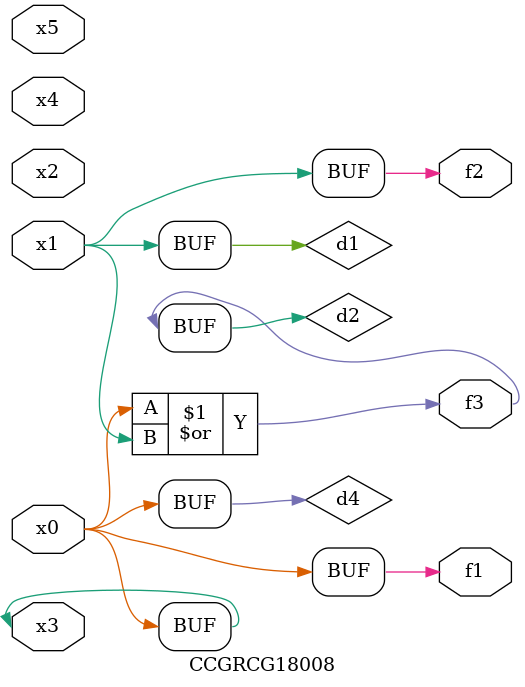
<source format=v>
module CCGRCG18008(
	input x0, x1, x2, x3, x4, x5,
	output f1, f2, f3
);

	wire d1, d2, d3, d4;

	and (d1, x1);
	or (d2, x0, x1);
	nand (d3, x0, x5);
	buf (d4, x0, x3);
	assign f1 = d4;
	assign f2 = d1;
	assign f3 = d2;
endmodule

</source>
